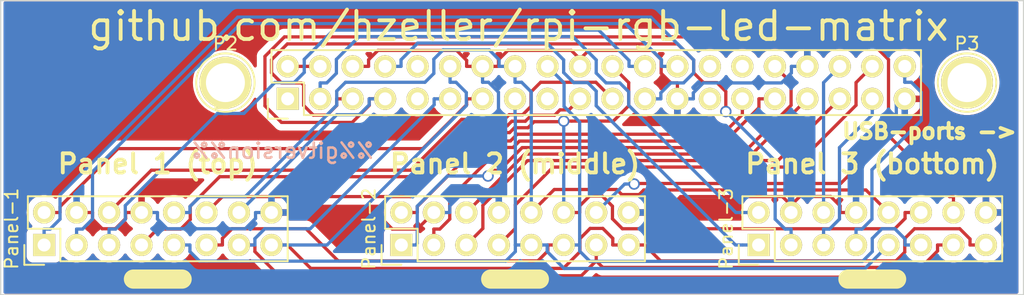
<source format=kicad_pcb>
(kicad_pcb (version 20221018) (generator pcbnew)
  (layers (0 "F.Cu" signal) (31 "B.Cu" signal) (34 "B.Paste" user) (35 "F.Paste" user) (36 "B.SilkS" user "B.Silkscreen") (37 "F.SilkS" user "F.Silkscreen") (38 "B.Mask" user) (39 "F.Mask" user) (44 "Edge.Cuts" user))
  (net 0 "")
  (net 1 "VCC")
  (net 2 "GND")
  (net 3 "p2_g1")
  (net 4 "p2_b1")
  (net 5 "strobe")
  (net 6 "p2_r1")
  (net 7 "p2_r2")
  (net 8 "p0_r1")
  (net 9 "p0_g1")
  (net 10 "OE")
  (net 11 "p0_b1")
  (net 12 "p0_r2")
  (net 13 "p0_g2")
  (net 14 "row_D")
  (net 15 "row_C")
  (net 16 "p0_b2")
  (net 17 "clock")
  (net 18 "row_B")
  (net 19 "row_A")
  (net 20 "p1_g1")
  (net 21 "p1_b1")
  (net 22 "p1_r1")
  (net 23 "p1_r2")
  (net 24 "p1_b2")
  (net 25 "p2_b2")
  (net 26 "p1_g2")
  (net 27 "p2_g2")
  (footprint "Pin_Headers:Pin_Header_Straight_2x20" (layer "F.Cu") (at 107.95 43.18 90)
    (fp_text reference "P1")
    (fp_text value "CONN_02X20" hide)
  )
  (footprint "Pin_Headers:Pin_Header_Straight_2x08" (layer "F.Cu") (at 88.9 54.61 90)
    (fp_text reference "Panel-1")
    (fp_text value "CONN_02X08" hide)
  )
  (footprint "Pin_Headers:Pin_Header_Straight_2x08" (layer "F.Cu") (at 116.84 54.61 90)
    (fp_text reference "Panel-2")
    (fp_text value "CONN_02X08" hide)
  )
  (footprint "Pin_Headers:Pin_Header_Straight_2x08" (layer "F.Cu") (at 144.78 54.61 90)
    (fp_text reference "Panel-3")
    (fp_text value "CONN_02X08" hide)
  )
  (footprint "Connect:1pin" (layer "F.Cu") (at 103.08 41.91)
    (fp_text reference "P2")
    (fp_text value "CONN_01X01" hide)
  )
  (footprint "Connect:1pin" (layer "F.Cu") (at 161.08 41.91)
    (fp_text reference "P3")
    (fp_text value "CONN_01X01" hide)
  )
  (gr_line (start 123.825 57.277) (end 127.635 57.277) (stroke (width 1.5)) (layer "F.SilkS"))
  (gr_line (start 95.885 57.277) (end 99.695 57.277) (stroke (width 1.5)) (layer "F.SilkS"))
  (gr_line (start 151.765 57.277) (end 155.575 57.277) (stroke (width 1.5)) (layer "F.SilkS"))
  (gr_line (start 165.5 35.5) (end 165.5 58.5) (stroke (width 0.1)) (layer "Edge.Cuts"))
  (gr_line (start 165.5 58.5) (end 85.5 58.5) (stroke (width 0.1)) (layer "Edge.Cuts"))
  (gr_line (start 85.5 58.5) (end 85.5 35.5) (stroke (width 0.1)) (layer "Edge.Cuts"))
  (gr_line (start 85.5 35.5) (end 165.5 35.5) (stroke (width 0.1)) (layer "Edge.Cuts"))
  (gr_text "%%gitversion%%" (at 114.808 47.244) (layer "B.SilkS") (effects (font (size 1.2 1.2) (thickness 0.2)) (justify left mirror)))
  (gr_text "Panel 2 (middle)" (at 125.73 48.26) (layer "F.SilkS") (effects (font (size 1.5 1.5) (thickness 0.3))))
  (gr_text "github.com/hzeller/rpi-rgb-led-matrix" (at 126 37.5) (layer "F.SilkS") (effects (font (size 2.2 2.2) (thickness 0.3))))
  (gr_text "USB-ports ->" (at 165.1 45.72) (layer "F.SilkS") (effects (font (size 1.2 1.2) (thickness 0.3)) (justify right)))
  (gr_text "Panel 3 (bottom)" (at 153.67 48.26) (layer "F.SilkS") (effects (font (size 1.5 1.5) (thickness 0.3))))
  (gr_text "Panel 1 (top)" (at 97.79 48.26) (layer "F.SilkS") (effects (font (size 1.5 1.5) (thickness 0.3))))
  (segment (start 110.49 40.64) (end 107.95 40.64) (width 0.254) (layer "F.Cu") (net 1))
  (segment (start 150.4178 50.8169) (end 151.1551 51.5542) (width 0.254) (layer "F.Cu") (net 2))
  (segment (start 162.56 52.07) (end 162.56 50.8251) (width 0.254) (layer "F.Cu") (net 2))
  (segment (start 130.81 40.0705) (end 131.487 39.3935) (width 0.254) (layer "F.Cu") (net 2))
  (segment (start 91.44 52.07) (end 92.6849 52.07) (width 0.254) (layer "F.Cu") (net 2))
  (segment (start 156.21 44.4751) (end 162.56 50.8251) (width 0.254) (layer "F.Cu") (net 2))
  (segment (start 92.6849 52.5858) (end 92.6849 52.07) (width 0.254) (layer "F.Cu") (net 2))
  (segment (start 121.9451 40.64) (end 121.9451 40.1732) (width 0.254) (layer "F.Cu") (net 2))
  (segment (start 114.2749 40.1242) (end 114.2749 40.64) (width 0.254) (layer "F.Cu") (net 2))
  (segment (start 96.52 52.07) (end 95.2751 52.07) (width 0.254) (layer "F.Cu") (net 2))
  (segment (start 93.4391 53.34) (end 92.6849 52.5858) (width 0.254) (layer "F.Cu") (net 2))
  (segment (start 138.6781 50.825) (end 146.6445 50.825) (width 0.254) (layer "F.Cu") (net 2))
  (segment (start 130.81 40.0705) (end 130.133 39.3935) (width 0.254) (layer "F.Cu") (net 2))
  (segment (start 138.43 43.18) (end 138.43 41.9351) (width 0.254) (layer "F.Cu") (net 2))
  (segment (start 115.0056 39.3935) (end 114.2749 40.1242) (width 0.254) (layer "F.Cu") (net 2))
  (segment (start 137.16 40.1018) (end 137.16 41.1809) (width 0.254) (layer "F.Cu") (net 2))
  (segment (start 130.133 39.3935) (end 125.1656 39.3935) (width 0.254) (layer "F.Cu") (net 2))
  (segment (start 151.1551 51.5542) (end 151.1551 52.07) (width 0.254) (layer "F.Cu") (net 2))
  (segment (start 147.32 52.07) (end 147.32 51.5005) (width 0.254) (layer "F.Cu") (net 2))
  (segment (start 147.32 51.5005) (end 148.0036 50.8169) (width 0.254) (layer "F.Cu") (net 2))
  (segment (start 123.19 40.64) (end 121.9451 40.64) (width 0.254) (layer "F.Cu") (net 2))
  (segment (start 125.1656 39.3935) (end 124.4349 40.1242) (width 0.254) (layer "F.Cu") (net 2))
  (segment (start 136.4517 39.3935) (end 137.16 40.1018) (width 0.254) (layer "F.Cu") (net 2))
  (segment (start 124.4349 40.1242) (end 124.4349 40.64) (width 0.254) (layer "F.Cu") (net 2))
  (segment (start 118.085 53.365) (end 116.1284 53.365) (width 0.254) (layer "F.Cu") (net 2))
  (segment (start 119.38 52.07) (end 118.085 53.365) (width 0.254) (layer "F.Cu") (net 2))
  (segment (start 152.4 52.07) (end 151.1551 52.07) (width 0.254) (layer "F.Cu") (net 2))
  (segment (start 116.1284 53.365) (end 114.8334 52.07) (width 0.254) (layer "F.Cu") (net 2))
  (segment (start 94.4719 53.34) (end 93.4391 53.34) (width 0.254) (layer "F.Cu") (net 2))
  (segment (start 123.19 40.64) (end 124.4349 40.64) (width 0.254) (layer "F.Cu") (net 2))
  (segment (start 95.2751 52.5368) (end 94.4719 53.34) (width 0.254) (layer "F.Cu") (net 2))
  (segment (start 148.0036 50.8169) (end 150.4178 50.8169) (width 0.254) (layer "F.Cu") (net 2))
  (segment (start 137.9142 41.9351) (end 138.43 41.9351) (width 0.254) (layer "F.Cu") (net 2))
  (segment (start 137.16 41.1809) (end 137.9142 41.9351) (width 0.254) (layer "F.Cu") (net 2))
  (segment (start 121.9451 40.1732) (end 121.1654 39.3935) (width 0.254) (layer "F.Cu") (net 2))
  (segment (start 121.1654 39.3935) (end 115.0056 39.3935) (width 0.254) (layer "F.Cu") (net 2))
  (segment (start 95.2751 52.07) (end 95.2751 52.5368) (width 0.254) (layer "F.Cu") (net 2))
  (segment (start 156.21 43.18) (end 156.21 44.4751) (width 0.254) (layer "F.Cu") (net 2))
  (segment (start 113.03 40.64) (end 114.2749 40.64) (width 0.254) (layer "F.Cu") (net 2))
  (segment (start 114.8334 52.07) (end 106.68 52.07) (width 0.254) (layer "F.Cu") (net 2))
  (segment (start 135.8649 52.07) (end 137.4331 52.07) (width 0.254) (layer "F.Cu") (net 2))
  (segment (start 134.62 52.07) (end 135.8649 52.07) (width 0.254) (layer "F.Cu") (net 2))
  (segment (start 131.487 39.3935) (end 136.4517 39.3935) (width 0.254) (layer "F.Cu") (net 2))
  (segment (start 146.6445 50.825) (end 147.32 51.5005) (width 0.254) (layer "F.Cu") (net 2))
  (segment (start 130.81 40.64) (end 130.81 40.0705) (width 0.254) (layer "F.Cu") (net 2))
  (segment (start 137.4331 52.07) (end 138.6781 50.825) (width 0.254) (layer "F.Cu") (net 2))
  (segment (start 123.19 40.64) (end 123.19 41.8849) (width 0.254) (layer "B.Cu") (net 2))
  (segment (start 97.7649 52.5858) (end 97.7649 52.07) (width 0.254) (layer "B.Cu") (net 2))
  (segment (start 124.46 52.07) (end 124.46 51.0015) (width 0.254) (layer "B.Cu") (net 2))
  (segment (start 139.6749 43.18) (end 139.6749 42.7131) (width 0.254) (layer "B.Cu") (net 2))
  (segment (start 140.4529 41.9351) (end 146.5658 41.9351) (width 0.254) (layer "B.Cu") (net 2))
  (segment (start 139.6749 42.7131) (end 140.4529 41.9351) (width 0.254) (layer "B.Cu") (net 2))
  (segment (start 152.4 47.5778) (end 152.4 52.07) (width 0.254) (layer "B.Cu") (net 2))
  (segment (start 130.81 40.64) (end 131.064 40.386) (width 0.254) (layer "B.Cu") (net 2))
  (segment (start 156.21 43.18) (end 155.6405 43.18) (width 0.254) (layer "B.Cu") (net 2))
  (segment (start 96.52 52.07) (end 97.7649 52.07) (width 0.254) (layer "B.Cu") (net 2))
  (segment (start 124.7135 50.5716) (end 124.46 50.8251) (width 0.254) (layer "B.Cu") (net 2))
  (segment (start 123.6569 41.8849) (end 124.4349 42.6629) (width 0.254) (layer "B.Cu") (net 2))
  (segment (start 105.4351 52.5368) (end 104.6319 53.34) (width 0.254) (layer "B.Cu") (net 2))
  (segment (start 124.4349 48.716) (end 124.7135 48.9946) (width 0.254) (layer "B.Cu") (net 2))
  (segment (start 155.549 43.18) (end 155.549 44.4288) (width 0.254) (layer "B.Cu") (net 2))
  (segment (start 148.59 40.64) (end 148.717 40.513) (width 0.254) (layer "B.Cu") (net 2))
  (segment (start 124.4349 42.6629) (end 124.4349 48.716) (width 0.254) (layer "B.Cu") (net 2))
  (segment (start 138.43 43.18) (end 139.6749 43.18) (width 0.254) (layer "B.Cu") (net 2))
  (segment (start 148.59 40.64) (end 147.3451 40.64) (width 0.254) (layer "B.Cu") (net 2))
  (segment (start 105.4351 52.07) (end 105.4351 52.5368) (width 0.254) (layer "B.Cu") (net 2))
  (segment (start 106.68 52.07) (end 105.4351 52.07) (width 0.254) (layer "B.Cu") (net 2))
  (segment (start 124.7135 48.9946) (end 124.7135 50.5716) (width 0.254) (layer "B.Cu") (net 2))
  (segment (start 124.46 51.0015) (end 124.46 50.8251) (width 0.254) (layer "B.Cu") (net 2))
  (segment (start 146.5658 41.9351) (end 147.3451 41.1558) (width 0.254) (layer "B.Cu") (net 2))
  (segment (start 120.6249 51.5542) (end 120.6249 52.07) (width 0.254) (layer "B.Cu") (net 2))
  (segment (start 119.38 52.07) (end 120.6249 52.07) (width 0.254) (layer "B.Cu") (net 2))
  (segment (start 121.3662 50.8129) (end 120.6249 51.5542) (width 0.254) (layer "B.Cu") (net 2))
  (segment (start 124.46 51.0015) (end 124.2714 50.8129) (width 0.254) (layer "B.Cu") (net 2))
  (segment (start 155.549 44.4288) (end 152.4 47.5778) (width 0.254) (layer "B.Cu") (net 2))
  (segment (start 123.19 40.64) (end 122.936 40.386) (width 0.254) (layer "B.Cu") (net 2))
  (segment (start 123.19 41.8849) (end 123.6569 41.8849) (width 0.254) (layer "B.Cu") (net 2))
  (segment (start 124.2714 50.8129) (end 121.3662 50.8129) (width 0.254) (layer "B.Cu") (net 2))
  (segment (start 155.6405 43.18) (end 155.549 43.18) (width 0.254) (layer "B.Cu") (net 2))
  (segment (start 147.3451 41.1558) (end 147.3451 40.64) (width 0.254) (layer "B.Cu") (net 2))
  (segment (start 104.6319 53.34) (end 98.5191 53.34) (width 0.254) (layer "B.Cu") (net 2))
  (segment (start 98.5191 53.34) (end 97.7649 52.5858) (width 0.254) (layer "B.Cu") (net 2))
  (segment (start 132.08 41.1641) (end 132.08 40.1388) (width 0.254) (layer "B.Cu") (net 3))
  (segment (start 144.78 52.07) (end 142.9981 52.07) (width 0.254) (layer "B.Cu") (net 3))
  (segment (start 133.9264 41.935) (end 132.8509 41.935) (width 0.254) (layer "B.Cu") (net 3))
  (segment (start 113.5423 38.3107) (end 111.76 40.093) (width 0.254) (layer "B.Cu") (net 3))
  (segment (start 110.49 43.18) (end 110.49 41.9351) (width 0.254) (layer "B.Cu") (net 3))
  (segment (start 132.8509 41.935) (end 132.08 41.1641) (width 0.254) (layer "B.Cu") (net 3))
  (segment (start 132.08 40.1388) (end 130.2519 38.3107) (width 0.254) (layer "B.Cu") (net 3))
  (segment (start 134.62 42.6286) (end 133.9264 41.935) (width 0.254) (layer "B.Cu") (net 3))
  (segment (start 142.9981 52.07) (end 134.62 43.6919) (width 0.254) (layer "B.Cu") (net 3))
  (segment (start 111.0058 41.9351) (end 110.49 41.9351) (width 0.254) (layer "B.Cu") (net 3))
  (segment (start 130.2519 38.3107) (end 113.5423 38.3107) (width 0.254) (layer "B.Cu") (net 3))
  (segment (start 111.76 40.093) (end 111.76 41.1809) (width 0.254) (layer "B.Cu") (net 3))
  (segment (start 134.62 43.6919) (end 134.62 42.6286) (width 0.254) (layer "B.Cu") (net 3))
  (segment (start 111.76 41.1809) (end 111.0058 41.9351) (width 0.254) (layer "B.Cu") (net 3))
  (segment (start 106.6848 40.1232) (end 107.9229 38.8851) (width 0.254) (layer "F.Cu") (net 4))
  (segment (start 141.5214 41.91) (end 142.215 42.6036) (width 0.254) (layer "F.Cu") (net 4))
  (segment (start 142.215 42.6036) (end 142.215 44.1727) (width 0.254) (layer "F.Cu") (net 4))
  (segment (start 107.9229 38.8851) (end 138.4398 38.8851) (width 0.254) (layer "F.Cu") (net 4))
  (segment (start 107.4676 41.935) (end 106.6848 41.1522) (width 0.254) (layer "F.Cu") (net 4))
  (segment (start 109.9544 44.4537) (end 109.195 43.6943) (width 0.254) (layer "F.Cu") (net 4))
  (segment (start 109.0261 41.935) (end 107.4676 41.935) (width 0.254) (layer "F.Cu") (net 4))
  (segment (start 106.6848 41.1522) (end 106.6848 40.1232) (width 0.254) (layer "F.Cu") (net 4))
  (segment (start 111.7851 43.18) (end 111.7851 43.6958) (width 0.254) (layer "F.Cu") (net 4))
  (segment (start 111.7851 43.6958) (end 111.0272 44.4537) (width 0.254) (layer "F.Cu") (net 4))
  (segment (start 109.195 43.6943) (end 109.195 42.1039) (width 0.254) (layer "F.Cu") (net 4))
  (segment (start 109.195 42.1039) (end 109.0261 41.935) (width 0.254) (layer "F.Cu") (net 4))
  (segment (start 111.0272 44.4537) (end 109.9544 44.4537) (width 0.254) (layer "F.Cu") (net 4))
  (segment (start 139.7 40.1453) (end 139.7 41.1427) (width 0.254) (layer "F.Cu") (net 4))
  (segment (start 138.4398 38.8851) (end 139.7 40.1453) (width 0.254) (layer "F.Cu") (net 4))
  (segment (start 113.03 43.18) (end 111.7851 43.18) (width 0.254) (layer "F.Cu") (net 4))
  (segment (start 140.4673 41.91) (end 141.5214 41.91) (width 0.254) (layer "F.Cu") (net 4))
  (segment (start 139.7 41.1427) (end 140.4673 41.91) (width 0.254) (layer "F.Cu") (net 4))
  (via (at 142.215 44.1727) (size 0.889) (drill 0.635) (layers "F.Cu" "B.Cu") (net 4))
  (segment (start 146.0751 52.5871) (end 146.0751 48.0328) (width 0.254) (layer "B.Cu") (net 4))
  (segment (start 147.32 53.3651) (end 146.8531 53.3651) (width 0.254) (layer "B.Cu") (net 4))
  (segment (start 147.32 54.61) (end 147.32 53.3651) (width 0.254) (layer "B.Cu") (net 4))
  (segment (start 146.0751 48.0328) (end 142.215 44.1727) (width 0.254) (layer "B.Cu") (net 4))
  (segment (start 146.8531 53.3651) (end 146.0751 52.5871) (width 0.254) (layer "B.Cu") (net 4))
  (segment (start 115.57 43.18) (end 114.3251 43.18) (width 0.254) (layer "F.Cu") (net 5))
  (segment (start 112.9962 45.0247) (end 107.4657 45.0247) (width 0.254) (layer "F.Cu") (net 5))
  (segment (start 151.1971 49.7995) (end 135.087139 49.7995) (width 0.254) (layer "F.Cu") (net 5))
  (segment (start 154.94 46.0566) (end 159.7085 50.8251) (width 0.254) (layer "F.Cu") (net 5))
  (segment (start 106.1721 39.857) (end 107.6953 38.3338) (width 0.254) (layer "F.Cu") (net 5))
  (segment (start 135.087139 49.7995) (end 135.0451 49.841539) (width 0.254) (layer "F.Cu") (net 5))
  (segment (start 154.94 40.107) (end 154.94 46.0566) (width 0.254) (layer "F.Cu") (net 5))
  (segment (start 154.94 46.0566) (end 151.1971 49.7995) (width 0.254) (layer "F.Cu") (net 5))
  (segment (start 114.3251 43.18) (end 114.3251 43.6958) (width 0.254) (layer "F.Cu") (net 5))
  (segment (start 114.3251 43.6958) (end 112.9962 45.0247) (width 0.254) (layer "F.Cu") (net 5))
  (segment (start 160.02 52.07) (end 160.02 50.8251) (width 0.254) (layer "F.Cu") (net 5))
  (segment (start 107.6953 38.3338) (end 153.1668 38.3338) (width 0.254) (layer "F.Cu") (net 5))
  (segment (start 159.7085 50.8251) (end 160.02 50.8251) (width 0.254) (layer "F.Cu") (net 5))
  (segment (start 107.4657 45.0247) (end 106.1721 43.7311) (width 0.254) (layer "F.Cu") (net 5))
  (segment (start 153.1668 38.3338) (end 154.94 40.107) (width 0.254) (layer "F.Cu") (net 5))
  (segment (start 106.1721 43.7311) (end 106.1721 39.857) (width 0.254) (layer "F.Cu") (net 5))
  (via (at 135.0451 49.841539) (size 0.889) (drill 0.635) (layers "F.Cu" "B.Cu") (net 5))
  (segment (start 115.57 43.18) (end 114.3251 43.18) (width 0.254) (layer "B.Cu") (net 5))
  (segment (start 134.416483 49.841539) (end 135.0451 49.841539) (width 0.254) (layer "B.Cu") (net 5))
  (segment (start 111.7851 44.4249) (end 104.14 52.07) (width 0.254) (layer "B.Cu") (net 5))
  (segment (start 114.3251 43.18) (end 114.3251 43.6469) (width 0.254) (layer "B.Cu") (net 5))
  (segment (start 132.08 52.07) (end 134.308461 49.841539) (width 0.254) (layer "B.Cu") (net 5))
  (segment (start 134.308461 49.841539) (end 134.416483 49.841539) (width 0.254) (layer "B.Cu") (net 5))
  (segment (start 114.3251 43.6469) (end 113.5471 44.4249) (width 0.254) (layer "B.Cu") (net 5))
  (segment (start 113.5471 44.4249) (end 111.7851 44.4249) (width 0.254) (layer "B.Cu") (net 5))
  (segment (start 116.8149 40.1242) (end 116.8149 40.64) (width 0.254) (layer "B.Cu") (net 6))
  (segment (start 131.4119 41.91) (end 130.3178 41.91) (width 0.254) (layer "B.Cu") (net 6))
  (segment (start 118.1201 38.819) (end 116.8149 40.1242) (width 0.254) (layer "B.Cu") (net 6))
  (segment (start 132.0799 43.7207) (end 132.0799 42.578) (width 0.254) (layer "B.Cu") (net 6))
  (segment (start 144.78 54.61) (end 143.5351 54.61) (width 0.254) (layer "B.Cu") (net 6))
  (segment (start 129.5321 41.1243) (end 129.5321 40.1322) (width 0.254) (layer "B.Cu") (net 6))
  (segment (start 142.9692 54.61) (end 132.0799 43.7207) (width 0.254) (layer "B.Cu") (net 6))
  (segment (start 132.0799 42.578) (end 131.4119 41.91) (width 0.254) (layer "B.Cu") (net 6))
  (segment (start 130.3178 41.91) (end 129.5321 41.1243) (width 0.254) (layer "B.Cu") (net 6))
  (segment (start 128.2189 38.819) (end 118.1201 38.819) (width 0.254) (layer "B.Cu") (net 6))
  (segment (start 143.5351 54.61) (end 142.9692 54.61) (width 0.254) (layer "B.Cu") (net 6))
  (segment (start 129.5321 40.1322) (end 128.2189 38.819) (width 0.254) (layer "B.Cu") (net 6))
  (segment (start 115.57 40.64) (end 116.8149 40.64) (width 0.254) (layer "B.Cu") (net 6))
  (segment (start 149.86 53.3651) (end 150.3269 53.3651) (width 0.254) (layer "B.Cu") (net 7))
  (segment (start 151.1049 52.5871) (end 151.1049 46.99) (width 0.254) (layer "B.Cu") (net 7))
  (segment (start 151.1049 46.99) (end 153.67 44.4249) (width 0.254) (layer "B.Cu") (net 7))
  (segment (start 149.86 54.61) (end 149.86 53.3651) (width 0.254) (layer "B.Cu") (net 7))
  (segment (start 150.3269 53.3651) (end 151.1049 52.5871) (width 0.254) (layer "B.Cu") (net 7))
  (segment (start 153.67 43.18) (end 153.67 44.4249) (width 0.254) (layer "B.Cu") (net 7))
  (segment (start 89.3669 53.3651) (end 88.9 53.3651) (width 0.254) (layer "B.Cu") (net 8))
  (segment (start 137.1349 43.18) (end 137.1349 42.7131) (width 0.254) (layer "B.Cu") (net 8))
  (segment (start 139.7 41.1459) (end 139.7 40.1384) (width 0.254) (layer "B.Cu") (net 8))
  (segment (start 139.7 40.1384) (end 136.3474 36.7858) (width 0.254) (layer "B.Cu") (net 8))
  (segment (start 90.1449 52.5871) (end 89.3669 53.3651) (width 0.254) (layer "B.Cu") (net 8))
  (segment (start 137.1349 42.7131) (end 137.9129 41.9351) (width 0.254) (layer "B.Cu") (net 8))
  (segment (start 88.9 54.61) (end 88.9 53.3651) (width 0.254) (layer "B.Cu") (net 8))
  (segment (start 138.9108 41.9351) (end 139.7 41.1459) (width 0.254) (layer "B.Cu") (net 8))
  (segment (start 137.9129 41.9351) (end 138.9108 41.9351) (width 0.254) (layer "B.Cu") (net 8))
  (segment (start 135.89 43.18) (end 137.1349 43.18) (width 0.254) (layer "B.Cu") (net 8))
  (segment (start 90.1449 50.689) (end 90.1449 52.5871) (width 0.254) (layer "B.Cu") (net 8))
  (segment (start 136.3474 36.7858) (end 104.0481 36.7858) (width 0.254) (layer "B.Cu") (net 8))
  (segment (start 104.0481 36.7858) (end 90.1449 50.689) (width 0.254) (layer "B.Cu") (net 8))
  (segment (start 90.1449 52.07) (end 90.1449 51.6032) (width 0.254) (layer "F.Cu") (net 9))
  (segment (start 121.9451 43.6455) (end 121.9451 43.18) (width 0.254) (layer "F.Cu") (net 9))
  (segment (start 118.5178 47.0728) (end 121.9451 43.6455) (width 0.254) (layer "F.Cu") (net 9))
  (segment (start 90.1449 51.6032) (end 94.6753 47.0728) (width 0.254) (layer "F.Cu") (net 9))
  (segment (start 123.19 43.18) (end 121.9451 43.18) (width 0.254) (layer "F.Cu") (net 9))
  (segment (start 94.6753 47.0728) (end 118.5178 47.0728) (width 0.254) (layer "F.Cu") (net 9))
  (segment (start 88.9 52.07) (end 90.1449 52.07) (width 0.254) (layer "F.Cu") (net 9))
  (segment (start 134.62 54.61) (end 133.3751 54.61) (width 0.254) (layer "F.Cu") (net 10))
  (segment (start 133.3751 54.61) (end 133.3751 54.0942) (width 0.254) (layer "F.Cu") (net 10))
  (segment (start 156.9716 53.3398) (end 156.21 54.1014) (width 0.254) (layer "F.Cu") (net 10))
  (segment (start 106.68 54.61) (end 107.9249 54.61) (width 0.254) (layer "F.Cu") (net 10))
  (segment (start 137.1098 55.8549) (end 135.8649 54.61) (width 0.254) (layer "F.Cu") (net 10))
  (segment (start 156.21 54.1014) (end 156.21 55.1707) (width 0.254) (layer "F.Cu") (net 10))
  (segment (start 130.81 54.1097) (end 130.81 55.1382) (width 0.254) (layer "F.Cu") (net 10))
  (segment (start 129.5065 56.4417) (end 109.7566 56.4417) (width 0.254) (layer "F.Cu") (net 10))
  (segment (start 156.21 55.1707) (end 155.5258 55.8549) (width 0.254) (layer "F.Cu") (net 10))
  (segment (start 132.5958 53.3149) (end 131.6048 53.3149) (width 0.254) (layer "F.Cu") (net 10))
  (segment (start 162.56 54.61) (end 161.3151 54.61) (width 0.254) (layer "F.Cu") (net 10))
  (segment (start 133.3751 54.0942) (end 132.5958 53.3149) (width 0.254) (layer "F.Cu") (net 10))
  (segment (start 155.5258 55.8549) (end 137.1098 55.8549) (width 0.254) (layer "F.Cu") (net 10))
  (segment (start 109.7566 56.4417) (end 107.9249 54.61) (width 0.254) (layer "F.Cu") (net 10))
  (segment (start 131.6048 53.3149) (end 130.81 54.1097) (width 0.254) (layer "F.Cu") (net 10))
  (segment (start 161.3151 54.61) (end 161.3151 54.1432) (width 0.254) (layer "F.Cu") (net 10))
  (segment (start 160.5117 53.3398) (end 156.9716 53.3398) (width 0.254) (layer "F.Cu") (net 10))
  (segment (start 130.81 55.1382) (end 129.5065 56.4417) (width 0.254) (layer "F.Cu") (net 10))
  (segment (start 134.62 54.61) (end 135.8649 54.61) (width 0.254) (layer "F.Cu") (net 10))
  (segment (start 161.3151 54.1432) (end 160.5117 53.3398) (width 0.254) (layer "F.Cu") (net 10))
  (segment (start 111.0277 54.61) (end 106.68 54.61) (width 0.254) (layer "B.Cu") (net 10))
  (segment (start 120.65 41.8849) (end 121.1168 41.8849) (width 0.254) (layer "B.Cu") (net 10))
  (segment (start 120.65 40.64) (end 120.65 41.8849) (width 0.254) (layer "B.Cu") (net 10))
  (segment (start 121.92 43.7177) (end 111.0277 54.61) (width 0.254) (layer "B.Cu") (net 10))
  (segment (start 121.92 42.6881) (end 121.92 43.7177) (width 0.254) (layer "B.Cu") (net 10))
  (segment (start 121.1168 41.8849) (end 121.92 42.6881) (width 0.254) (layer "B.Cu") (net 10))
  (segment (start 91.9069 53.3651) (end 91.44 53.3651) (width 0.254) (layer "B.Cu") (net 11))
  (segment (start 138.43 40.64) (end 137.1851 40.64) (width 0.254) (layer "B.Cu") (net 11))
  (segment (start 134.355 37.2941) (end 104.2702 37.2941) (width 0.254) (layer "B.Cu") (net 11))
  (segment (start 137.1851 40.1242) (end 134.355 37.2941) (width 0.254) (layer "B.Cu") (net 11))
  (segment (start 104.2702 37.2941) (end 92.6849 48.8794) (width 0.254) (layer "B.Cu") (net 11))
  (segment (start 92.6849 48.8794) (end 92.6849 52.5871) (width 0.254) (layer "B.Cu") (net 11))
  (segment (start 92.6849 52.5871) (end 91.9069 53.3651) (width 0.254) (layer "B.Cu") (net 11))
  (segment (start 91.44 54.61) (end 91.44 53.3651) (width 0.254) (layer "B.Cu") (net 11))
  (segment (start 137.1851 40.64) (end 137.1851 40.1242) (width 0.254) (layer "B.Cu") (net 11))
  (segment (start 102.4544 44.3234) (end 95.25 51.5278) (width 0.254) (layer "B.Cu") (net 12))
  (segment (start 134.6451 40.1731) (end 132.2744 37.8024) (width 0.254) (layer "B.Cu") (net 12))
  (segment (start 95.25 51.5278) (end 95.25 52.6109) (width 0.254) (layer "B.Cu") (net 12))
  (segment (start 108.4564 41.9044) (end 106.9402 41.9044) (width 0.254) (layer "B.Cu") (net 12))
  (segment (start 95.25 52.6109) (end 94.4958 53.3651) (width 0.254) (layer "B.Cu") (net 12))
  (segment (start 109.245 41.1158) (end 108.4564 41.9044) (width 0.254) (layer "B.Cu") (net 12))
  (segment (start 94.4958 53.3651) (end 93.98 53.3651) (width 0.254) (layer "B.Cu") (net 12))
  (segment (start 109.245 40.0898) (end 109.245 41.1158) (width 0.254) (layer "B.Cu") (net 12))
  (segment (start 104.5212 44.3234) (end 102.4544 44.3234) (width 0.254) (layer "B.Cu") (net 12))
  (segment (start 93.98 54.61) (end 93.98 53.3651) (width 0.254) (layer "B.Cu") (net 12))
  (segment (start 135.89 40.64) (end 134.6451 40.64) (width 0.254) (layer "B.Cu") (net 12))
  (segment (start 111.5324 37.8024) (end 109.245 40.0898) (width 0.254) (layer "B.Cu") (net 12))
  (segment (start 134.6451 40.64) (end 134.6451 40.1731) (width 0.254) (layer "B.Cu") (net 12))
  (segment (start 132.2744 37.8024) (end 111.5324 37.8024) (width 0.254) (layer "B.Cu") (net 12))
  (segment (start 106.9402 41.9044) (end 104.5212 44.3234) (width 0.254) (layer "B.Cu") (net 12))
  (segment (start 97.2886 48.7614) (end 94.843599 51.206401) (width 0.254) (layer "F.Cu") (net 13))
  (segment (start 126.327409 44.424601) (end 125.264795 44.424601) (width 0.254) (layer "F.Cu") (net 13))
  (segment (start 117.5751 48.7614) (end 97.2886 48.7614) (width 0.254) (layer "F.Cu") (net 13))
  (segment (start 127.7343 41.885) (end 126.974601 42.644699) (width 0.254) (layer "F.Cu") (net 13))
  (segment (start 124.903396 44.786) (end 121.5505 44.786) (width 0.254) (layer "F.Cu") (net 13))
  (segment (start 126.974601 42.644699) (end 126.974601 43.777409) (width 0.254) (layer "F.Cu") (net 13))
  (segment (start 125.264795 44.424601) (end 124.903396 44.786) (width 0.254) (layer "F.Cu") (net 13))
  (segment (start 132.055 41.885) (end 127.7343 41.885) (width 0.254) (layer "F.Cu") (net 13))
  (segment (start 94.843599 51.206401) (end 93.98 52.07) (width 0.254) (layer "F.Cu") (net 13))
  (segment (start 126.974601 43.777409) (end 126.327409 44.424601) (width 0.254) (layer "F.Cu") (net 13))
  (segment (start 121.5505 44.786) (end 117.5751 48.7614) (width 0.254) (layer "F.Cu") (net 13))
  (segment (start 133.35 43.18) (end 132.055 41.885) (width 0.254) (layer "F.Cu") (net 13))
  (segment (start 134.62 43.7219) (end 133.422424 44.919476) (width 0.254) (layer "F.Cu") (net 14))
  (segment (start 126.748257 45.440621) (end 127.220915 44.967963) (width 0.254) (layer "F.Cu") (net 14))
  (segment (start 155.4319 53.34) (end 134.1278 53.34) (width 0.254) (layer "F.Cu") (net 14))
  (segment (start 132.5581 50.7868) (end 131.5523 50.7868) (width 0.254) (layer "F.Cu") (net 14))
  (segment (start 133.422424 44.919476) (end 130.168622 44.919476) (width 0.254) (layer "F.Cu") (net 14))
  (segment (start 101.6 52.07) (end 102.8449 50.8251) (width 0.254) (layer "F.Cu") (net 14))
  (segment (start 156.2351 52.5368) (end 155.4319 53.34) (width 0.254) (layer "F.Cu") (net 14))
  (segment (start 133.35 52.5622) (end 133.35 51.5787) (width 0.254) (layer "F.Cu") (net 14))
  (segment (start 133.35 51.5787) (end 132.5581 50.7868) (width 0.254) (layer "F.Cu") (net 14))
  (segment (start 125.685643 45.440621) (end 126.748257 45.440621) (width 0.254) (layer "F.Cu") (net 14))
  (segment (start 122.5657 45.8194) (end 125.306864 45.8194) (width 0.254) (layer "F.Cu") (net 14))
  (segment (start 125.306864 45.8194) (end 125.685643 45.440621) (width 0.254) (layer "F.Cu") (net 14))
  (segment (start 129.54 52.07) (end 130.7849 52.07) (width 0.254) (layer "F.Cu") (net 14))
  (segment (start 129.491518 44.967963) (end 129.540005 44.919476) (width 0.254) (layer "F.Cu") (net 14))
  (segment (start 134.1278 53.34) (end 133.35 52.5622) (width 0.254) (layer "F.Cu") (net 14))
  (segment (start 133.35 40.64) (end 134.62 41.91) (width 0.254) (layer "F.Cu") (net 14))
  (segment (start 156.2351 52.07) (end 156.2351 52.5368) (width 0.254) (layer "F.Cu") (net 14))
  (segment (start 130.7849 51.5542) (end 130.7849 52.07) (width 0.254) (layer "F.Cu") (net 14))
  (segment (start 117.56 50.8251) (end 122.5657 45.8194) (width 0.254) (layer "F.Cu") (net 14))
  (segment (start 131.5523 50.7868) (end 130.7849 51.5542) (width 0.254) (layer "F.Cu") (net 14))
  (segment (start 102.8449 50.8251) (end 117.56 50.8251) (width 0.254) (layer "F.Cu") (net 14))
  (segment (start 134.62 41.91) (end 134.62 43.7219) (width 0.254) (layer "F.Cu") (net 14))
  (segment (start 130.168622 44.919476) (end 129.540005 44.919476) (width 0.254) (layer "F.Cu") (net 14))
  (segment (start 127.220915 44.967963) (end 129.491518 44.967963) (width 0.254) (layer "F.Cu") (net 14))
  (segment (start 157.48 52.07) (end 156.2351 52.07) (width 0.254) (layer "F.Cu") (net 14))
  (via (at 129.540005 44.919476) (size 0.889) (drill 0.635) (layers "F.Cu" "B.Cu") (net 14))
  (segment (start 129.54 52.07) (end 129.54 44.919481) (width 0.254) (layer "B.Cu") (net 14))
  (segment (start 129.54 44.919481) (end 129.540005 44.919476) (width 0.254) (layer "B.Cu") (net 14))
  (segment (start 109.3822 53.34) (end 103.5991 53.34) (width 0.254) (layer "F.Cu") (net 15))
  (segment (start 103.5991 53.34) (end 102.8449 54.0942) (width 0.254) (layer "F.Cu") (net 15))
  (segment (start 101.6 54.61) (end 102.8449 54.61) (width 0.254) (layer "F.Cu") (net 15))
  (segment (start 127.5169 55.855) (end 111.8972 55.855) (width 0.254) (layer "F.Cu") (net 15))
  (segment (start 128.2951 55.0768) (end 127.5169 55.855) (width 0.254) (layer "F.Cu") (net 15))
  (segment (start 128.2951 54.61) (end 128.2951 55.0768) (width 0.254) (layer "F.Cu") (net 15))
  (segment (start 111.8972 55.855) (end 109.3822 53.34) (width 0.254) (layer "F.Cu") (net 15))
  (segment (start 102.8449 54.0942) (end 102.8449 54.61) (width 0.254) (layer "F.Cu") (net 15))
  (segment (start 129.54 54.61) (end 128.2951 54.61) (width 0.254) (layer "F.Cu") (net 15))
  (segment (start 152.906 55.8911) (end 131.5855 55.8911) (width 0.254) (layer "B.Cu") (net 15))
  (segment (start 130.7849 44.99691) (end 129.565 43.77701) (width 0.254) (layer "B.Cu") (net 15))
  (segment (start 130.7849 55.0905) (end 130.7849 54.61) (width 0.254) (layer "B.Cu") (net 15))
  (segment (start 155.4319 53.34) (end 154.4298 53.34) (width 0.254) (layer "B.Cu") (net 15))
  (segment (start 153.6682 54.1016) (end 153.6682 55.1289) (width 0.254) (layer "B.Cu") (net 15))
  (segment (start 129.133599 41.503599) (end 128.27 40.64) (width 0.254) (layer "B.Cu") (net 15))
  (segment (start 156.2351 54.1432) (end 155.4319 53.34) (width 0.254) (layer "B.Cu") (net 15))
  (segment (start 153.6682 55.1289) (end 152.906 55.8911) (width 0.254) (layer "B.Cu") (net 15))
  (segment (start 131.5855 55.8911) (end 130.7849 55.0905) (width 0.254) (layer "B.Cu") (net 15))
  (segment (start 130.7849 54.61) (end 130.7849 44.99691) (width 0.254) (layer "B.Cu") (net 15))
  (segment (start 154.4298 53.34) (end 153.6682 54.1016) (width 0.254) (layer "B.Cu") (net 15))
  (segment (start 129.565 41.935) (end 129.133599 41.503599) (width 0.254) (layer "B.Cu") (net 15))
  (segment (start 129.54 54.61) (end 130.6578 54.61) (width 0.254) (layer "B.Cu") (net 15))
  (segment (start 157.48 54.61) (end 156.2351 54.61) (width 0.254) (layer "B.Cu") (net 15))
  (segment (start 129.565 43.77701) (end 129.565 41.935) (width 0.254) (layer "B.Cu") (net 15))
  (segment (start 156.2351 54.61) (end 156.2351 54.1432) (width 0.254) (layer "B.Cu") (net 15))
  (segment (start 130.6578 54.61) (end 130.7849 54.61) (width 0.254) (layer "B.Cu") (net 15))
  (segment (start 97.383599 53.746401) (end 96.52 54.61) (width 0.254) (layer "F.Cu") (net 16))
  (segment (start 99.5863 53.3651) (end 97.7649 53.3651) (width 0.254) (layer "F.Cu") (net 16))
  (segment (start 118.3211 49.2698) (end 102.6308 49.2698) (width 0.254) (layer "F.Cu") (net 16))
  (segment (start 100.33 51.5706) (end 100.33 52.6214) (width 0.254) (layer "F.Cu") (net 16))
  (segment (start 125.475219 44.932611) (end 125.11343 45.2944) (width 0.254) (layer "F.Cu") (net 16))
  (segment (start 126.537833 44.932611) (end 125.475219 44.932611) (width 0.254) (layer "F.Cu") (net 16))
  (segment (start 127.010491 44.459953) (end 126.537833 44.932611) (width 0.254) (layer "F.Cu") (net 16))
  (segment (start 129.946401 44.043599) (end 129.248411 44.043599) (width 0.254) (layer "F.Cu") (net 16))
  (segment (start 130.81 43.18) (end 129.946401 44.043599) (width 0.254) (layer "F.Cu") (net 16))
  (segment (start 100.33 52.6214) (end 99.5863 53.3651) (width 0.254) (layer "F.Cu") (net 16))
  (segment (start 129.248411 44.043599) (end 128.832057 44.459953) (width 0.254) (layer "F.Cu") (net 16))
  (segment (start 122.2965 45.2944) (end 118.3211 49.2698) (width 0.254) (layer "F.Cu") (net 16))
  (segment (start 102.6308 49.2698) (end 100.33 51.5706) (width 0.254) (layer "F.Cu") (net 16))
  (segment (start 125.11343 45.2944) (end 122.2965 45.2944) (width 0.254) (layer "F.Cu") (net 16))
  (segment (start 128.832057 44.459953) (end 127.010491 44.459953) (width 0.254) (layer "F.Cu") (net 16))
  (segment (start 97.7649 53.3651) (end 97.383599 53.746401) (width 0.254) (layer "F.Cu") (net 16))
  (segment (start 160.02 54.61) (end 158.7751 54.61) (width 0.254) (layer "F.Cu") (net 17))
  (segment (start 107.2752 57.0161) (end 105.3849 55.1258) (width 0.254) (layer "F.Cu") (net 17))
  (segment (start 132.08 54.61) (end 132.08 55.8549) (width 0.254) (layer "F.Cu") (net 17))
  (segment (start 132.08 55.8549) (end 132.5883 56.3632) (width 0.254) (layer "F.Cu") (net 17))
  (segment (start 158.7751 55.0768) (end 158.7751 54.61) (width 0.254) (layer "F.Cu") (net 17))
  (segment (start 105.3849 55.1258) (end 105.3849 54.61) (width 0.254) (layer "F.Cu") (net 17))
  (segment (start 104.14 54.61) (end 105.3849 54.61) (width 0.254) (layer "F.Cu") (net 17))
  (segment (start 157.4887 56.3632) (end 158.7751 55.0768) (width 0.254) (layer "F.Cu") (net 17))
  (segment (start 132.5883 56.3632) (end 157.4887 56.3632) (width 0.254) (layer "F.Cu") (net 17))
  (segment (start 130.9188 57.0161) (end 107.2752 57.0161) (width 0.254) (layer "F.Cu") (net 17))
  (segment (start 132.08 55.8549) (end 130.9188 57.0161) (width 0.254) (layer "F.Cu") (net 17))
  (segment (start 105.3849 54.61) (end 105.3849 54.1143) (width 0.254) (layer "B.Cu") (net 17))
  (segment (start 106.1592 53.34) (end 109.7133 53.34) (width 0.254) (layer "B.Cu") (net 17))
  (segment (start 104.14 54.61) (end 105.3849 54.61) (width 0.254) (layer "B.Cu") (net 17))
  (segment (start 119.4051 43.6482) (end 119.4051 43.18) (width 0.254) (layer "B.Cu") (net 17))
  (segment (start 109.7133 53.34) (end 119.4051 43.6482) (width 0.254) (layer "B.Cu") (net 17))
  (segment (start 105.3849 54.1143) (end 106.1592 53.34) (width 0.254) (layer "B.Cu") (net 17))
  (segment (start 120.65 43.18) (end 119.4051 43.18) (width 0.254) (layer "B.Cu") (net 17))
  (segment (start 153.1779 50.3079) (end 135.800481 50.3079) (width 0.254) (layer "F.Cu") (net 18))
  (segment (start 127.863599 51.206401) (end 127 52.07) (width 0.254) (layer "F.Cu") (net 18))
  (segment (start 128.7994 50.2706) (end 127.863599 51.206401) (width 0.254) (layer "F.Cu") (net 18))
  (segment (start 154.94 52.07) (end 153.1779 50.3079) (width 0.254) (layer "F.Cu") (net 18))
  (segment (start 135.800481 50.3079) (end 135.441341 50.66704) (width 0.254) (layer "F.Cu") (net 18))
  (segment (start 133.6796 50.2706) (end 128.7994 50.2706) (width 0.254) (layer "F.Cu") (net 18))
  (segment (start 135.441341 50.66704) (end 134.07604 50.66704) (width 0.254) (layer "F.Cu") (net 18))
  (segment (start 134.07604 50.66704) (end 133.6796 50.2706) (width 0.254) (layer "F.Cu") (net 18))
  (segment (start 118.6864 41.885) (end 119.38 41.1914) (width 0.254) (layer "B.Cu") (net 18))
  (segment (start 100.3049 52.07) (end 100.3049 51.6031) (width 0.254) (layer "B.Cu") (net 18))
  (segment (start 111.785 43.6758) (end 111.785 42.5721) (width 0.254) (layer "B.Cu") (net 18))
  (segment (start 99.06 52.07) (end 100.3049 52.07) (width 0.254) (layer "B.Cu") (net 18))
  (segment (start 126.2458 41.8849) (end 125.73 41.8849) (width 0.254) (layer "B.Cu") (net 18))
  (segment (start 104.6357 50.8251) (end 111.785 43.6758) (width 0.254) (layer "B.Cu") (net 18))
  (segment (start 125.73 40.64) (end 124.4851 40.64) (width 0.254) (layer "B.Cu") (net 18))
  (segment (start 112.4721 41.885) (end 118.6864 41.885) (width 0.254) (layer "B.Cu") (net 18))
  (segment (start 124.4851 40.1242) (end 124.4851 40.64) (width 0.254) (layer "B.Cu") (net 18))
  (segment (start 120.103 39.3538) (end 123.7147 39.3538) (width 0.254) (layer "B.Cu") (net 18))
  (segment (start 101.0829 50.8251) (end 104.6357 50.8251) (width 0.254) (layer "B.Cu") (net 18))
  (segment (start 111.785 42.5721) (end 112.4721 41.885) (width 0.254) (layer "B.Cu") (net 18))
  (segment (start 127 52.07) (end 127 42.6391) (width 0.254) (layer "B.Cu") (net 18))
  (segment (start 100.3049 51.6031) (end 101.0829 50.8251) (width 0.254) (layer "B.Cu") (net 18))
  (segment (start 123.7147 39.3538) (end 124.4851 40.1242) (width 0.254) (layer "B.Cu") (net 18))
  (segment (start 125.73 40.64) (end 125.73 41.8849) (width 0.254) (layer "B.Cu") (net 18))
  (segment (start 119.38 41.1914) (end 119.38 40.0768) (width 0.254) (layer "B.Cu") (net 18))
  (segment (start 127 42.6391) (end 126.2458 41.8849) (width 0.254) (layer "B.Cu") (net 18))
  (segment (start 119.38 40.0768) (end 120.103 39.3538) (width 0.254) (layer "B.Cu") (net 18))
  (segment (start 127 54.61) (end 125.8822 54.61) (width 0.254) (layer "B.Cu") (net 19))
  (segment (start 125.7551 54.61) (end 125.7551 44.45) (width 0.254) (layer "B.Cu") (net 19))
  (segment (start 101.0531 55.874) (end 125.0069 55.874) (width 0.254) (layer "B.Cu") (net 19))
  (segment (start 128.2449 55.1258) (end 128.2449 54.61) (width 0.254) (layer "B.Cu") (net 19))
  (segment (start 125.7551 44.45) (end 125.73 44.4249) (width 0.254) (layer "B.Cu") (net 19))
  (segment (start 129.5686 56.4495) (end 128.2449 55.1258) (width 0.254) (layer "B.Cu") (net 19))
  (segment (start 125.73 43.18) (end 125.73 44.4249) (width 0.254) (layer "B.Cu") (net 19))
  (segment (start 100.3049 55.1258) (end 101.0531 55.874) (width 0.254) (layer "B.Cu") (net 19))
  (segment (start 125.8822 54.61) (end 125.7551 54.61) (width 0.254) (layer "B.Cu") (net 19))
  (segment (start 125.7551 55.1258) (end 125.7551 54.61) (width 0.254) (layer "B.Cu") (net 19))
  (segment (start 153.1005 56.4495) (end 129.5686 56.4495) (width 0.254) (layer "B.Cu") (net 19))
  (segment (start 99.06 54.61) (end 100.3049 54.61) (width 0.254) (layer "B.Cu") (net 19))
  (segment (start 154.94 54.61) (end 153.1005 56.4495) (width 0.254) (layer "B.Cu") (net 19))
  (segment (start 127 54.61) (end 128.2449 54.61) (width 0.254) (layer "B.Cu") (net 19))
  (segment (start 100.3049 54.61) (end 100.3049 55.1258) (width 0.254) (layer "B.Cu") (net 19))
  (segment (start 125.0069 55.874) (end 125.7551 55.1258) (width 0.254) (layer "B.Cu") (net 19))
  (segment (start 141.962683 45.948631) (end 125.896067 45.948631) (width 0.254) (layer "F.Cu") (net 20))
  (segment (start 125.896067 45.948631) (end 125.368727 46.475971) (width 0.254) (layer "F.Cu") (net 20))
  (segment (start 118.061314 52.07) (end 116.84 52.07) (width 0.254) (layer "F.Cu") (net 20))
  (segment (start 143.51 44.401314) (end 141.962683 45.948631) (width 0.254) (layer "F.Cu") (net 20))
  (segment (start 125.368727 46.475971) (end 123.211928 46.475972) (width 0.254) (layer "F.Cu") (net 20))
  (segment (start 118.0849 51.603) (end 118.0849 52.046414) (width 0.254) (layer "F.Cu") (net 20))
  (segment (start 123.211928 46.475972) (end 118.0849 51.603) (width 0.254) (layer "F.Cu") (net 20))
  (segment (start 118.0849 52.046414) (end 118.061314 52.07) (width 0.254) (layer "F.Cu") (net 20))
  (segment (start 143.51 43.18) (end 143.51 44.401314) (width 0.254) (layer "F.Cu") (net 20))
  (segment (start 119.8469 53.3651) (end 119.38 53.3651) (width 0.254) (layer "F.Cu") (net 21))
  (segment (start 120.6249 50.985896) (end 120.6249 52.5871) (width 0.254) (layer "F.Cu") (net 21))
  (segment (start 144.8051 43.8705) (end 142.191619 46.483981) (width 0.254) (layer "F.Cu") (net 21))
  (segment (start 146.05 43.18) (end 144.8051 43.18) (width 0.254) (layer "F.Cu") (net 21))
  (segment (start 124.626815 46.983981) (end 120.6249 50.985896) (width 0.254) (layer "F.Cu") (net 21))
  (segment (start 119.38 53.3651) (end 119.38 54.61) (width 0.254) (layer "F.Cu") (net 21))
  (segment (start 126.079151 46.483981) (end 125.579151 46.983981) (width 0.254) (layer "F.Cu") (net 21))
  (segment (start 120.6249 52.5871) (end 119.8469 53.3651) (width 0.254) (layer "F.Cu") (net 21))
  (segment (start 144.8051 43.18) (end 144.8051 43.8705) (width 0.254) (layer "F.Cu") (net 21))
  (segment (start 125.579151 46.983981) (end 124.626815 46.983981) (width 0.254) (layer "F.Cu") (net 21))
  (segment (start 142.191619 46.483981) (end 126.079151 46.483981) (width 0.254) (layer "F.Cu") (net 21))
  (segment (start 124.511396 48.77017) (end 124.062368 48.77017) (width 0.254) (layer "F.Cu") (net 22))
  (segment (start 146.05 40.64) (end 147.32 41.91) (width 0.254) (layer "F.Cu") (net 22))
  (segment (start 124.062368 48.77017) (end 123.617869 49.214669) (width 0.254) (layer "F.Cu") (net 22))
  (segment (start 126.289576 46.99199) (end 124.511396 48.77017) (width 0.254) (layer "F.Cu") (net 22))
  (segment (start 147.32 43.6828) (end 144.01081 46.99199) (width 0.254) (layer "F.Cu") (net 22))
  (segment (start 147.32 41.91) (end 147.32 43.6828) (width 0.254) (layer "F.Cu") (net 22))
  (segment (start 144.01081 46.99199) (end 126.289576 46.99199) (width 0.254) (layer "F.Cu") (net 22))
  (via (at 123.617869 49.214669) (size 0.889) (drill 0.635) (layers "F.Cu" "B.Cu") (net 22))
  (segment (start 118.0849 51.5743) (end 120.444531 49.214669) (width 0.254) (layer "B.Cu") (net 22))
  (segment (start 122.989252 49.214669) (end 123.617869 49.214669) (width 0.254) (layer "B.Cu") (net 22))
  (segment (start 120.444531 49.214669) (end 122.989252 49.214669) (width 0.254) (layer "B.Cu") (net 22))
  (segment (start 116.84 54.61) (end 117.9576 54.61) (width 0.254) (layer "B.Cu") (net 22))
  (segment (start 117.9576 54.61) (end 118.0849 54.4827) (width 0.254) (layer "B.Cu") (net 22))
  (segment (start 118.0849 54.4827) (end 118.0849 51.5743) (width 0.254) (layer "B.Cu") (net 22))
  (segment (start 121.92 54.61) (end 123.215399 53.314601) (width 0.254) (layer "F.Cu") (net 23))
  (segment (start 123.215399 53.314601) (end 123.215399 51.503035) (width 0.254) (layer "F.Cu") (net 23))
  (segment (start 146.30199 48.00801) (end 150.266401 44.043599) (width 0.254) (layer "F.Cu") (net 23))
  (segment (start 123.215399 51.503035) (end 126.710424 48.00801) (width 0.254) (layer "F.Cu") (net 23))
  (segment (start 150.266401 44.043599) (end 151.13 43.18) (width 0.254) (layer "F.Cu") (net 23))
  (segment (start 126.710424 48.00801) (end 146.30199 48.00801) (width 0.254) (layer "F.Cu") (net 23))
  (segment (start 125.755399 51.472591) (end 128.71197 48.51602) (width 0.254) (layer "F.Cu") (net 24))
  (segment (start 147.56388 48.51602) (end 152.4 43.6799) (width 0.254) (layer "F.Cu") (net 24))
  (segment (start 128.71197 48.51602) (end 147.56388 48.51602) (width 0.254) (layer "F.Cu") (net 24))
  (segment (start 125.755399 53.314601) (end 125.755399 51.472591) (width 0.254) (layer "F.Cu") (net 24))
  (segment (start 152.4 41.91) (end 152.806401 41.503599) (width 0.254) (layer "F.Cu") (net 24))
  (segment (start 152.806401 41.503599) (end 153.67 40.64) (width 0.254) (layer "F.Cu") (net 24))
  (segment (start 152.4 43.6799) (end 152.4 41.91) (width 0.254) (layer "F.Cu") (net 24))
  (segment (start 124.46 54.61) (end 125.755399 53.314601) (width 0.254) (layer "F.Cu") (net 24))
  (segment (start 153.6449 52.5871) (end 152.8669 53.3651) (width 0.254) (layer "B.Cu") (net 25))
  (segment (start 156.21 40.64) (end 156.21 41.8849) (width 0.254) (layer "B.Cu") (net 25))
  (segment (start 156.21 41.8849) (end 156.7258 41.8849) (width 0.254) (layer "B.Cu") (net 25))
  (segment (start 152.4 54.61) (end 152.4 53.3651) (width 0.254) (layer "B.Cu") (net 25))
  (segment (start 157.505 44.8643) (end 153.6449 48.7244) (width 0.254) (layer "B.Cu") (net 25))
  (segment (start 157.505 42.6641) (end 157.505 44.8643) (width 0.254) (layer "B.Cu") (net 25))
  (segment (start 152.8669 53.3651) (end 152.4 53.3651) (width 0.254) (layer "B.Cu") (net 25))
  (segment (start 156.7258 41.8849) (end 157.505 42.6641) (width 0.254) (layer "B.Cu") (net 25))
  (segment (start 153.6449 48.7244) (end 153.6449 52.5871) (width 0.254) (layer "B.Cu") (net 25))
  (segment (start 121.93001 52.07) (end 123.000005 51.000005) (width 0.254) (layer "F.Cu") (net 26))
  (segment (start 123.000005 51.000005) (end 123.000005 50.999995) (width 0.254) (layer "F.Cu") (net 26))
  (segment (start 123.000005 50.999995) (end 126.5 47.5) (width 0.254) (layer "F.Cu") (net 26))
  (segment (start 122.793599 51.206401) (end 123.000005 50.999995) (width 0.254) (layer "F.Cu") (net 26))
  (segment (start 121.92 52.07) (end 121.93001 52.07) (width 0.254) (layer "F.Cu") (net 26))
  (segment (start 126.5 47.5) (end 144.27 47.5) (width 0.254) (layer "F.Cu") (net 26))
  (segment (start 144.27 47.5) (end 148.59 43.18) (width 0.254) (layer "F.Cu") (net 26))
  (segment (start 149.86 41.91) (end 149.86 52.07) (width 0.254) (layer "B.Cu") (net 27))
  (segment (start 151.13 40.64) (end 149.86 41.91) (width 0.254) (layer "B.Cu") (net 27))
  (zone (net 2) (net_name "GND") (layer "F.Cu") (connect_pads (clearance 0.508)) (min_thickness 0.254) (fill yes (thermal_gap 0.508) (thermal_bridge_width 0.508))
    (polygon (pts (xy 85.725 35.56) (xy 165.1 35.56) (xy 165.1 58.42) (xy 85.725 58.42)))
  )
  (zone (net 2) (net_name "GND") (layer "B.Cu") (connect_pads (clearance 0.508)) (min_thickness 0.254) (fill yes (thermal_gap 0.508) (thermal_bridge_width 0.508))
    (polygon (pts (xy 85.725 35.56) (xy 165.1 35.56) (xy 165.1 58.42) (xy 85.725 58.42)))
  )
)
</source>
